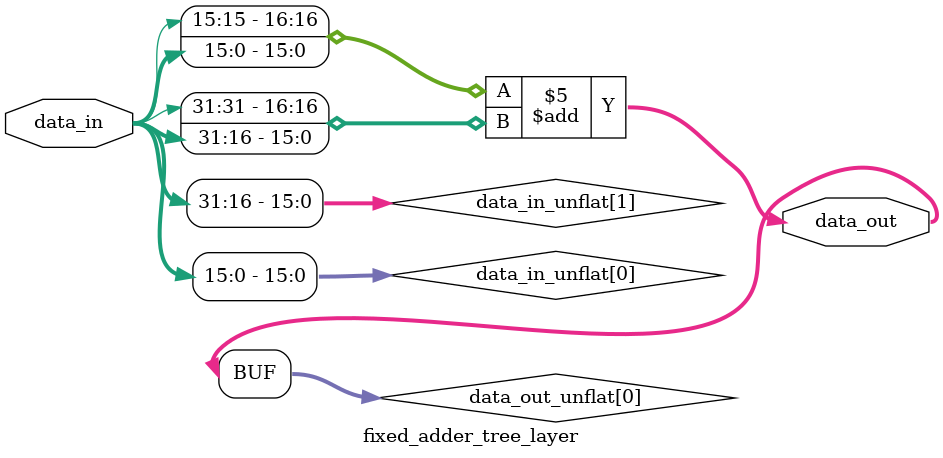
<source format=sv>
`timescale 1ns / 1ps
module fixed_adder_tree_layer #(
    parameter IN_SIZE  = 2,
    parameter IN_WIDTH = 16,
    parameter SIGNED   = 1,

    localparam OUT_WIDTH = IN_WIDTH + 1,
    localparam OUT_SIZE  = (IN_SIZE + 1) / 2
) (
    input  logic [  IN_SIZE*IN_WIDTH-1:0] data_in,
    output logic [OUT_SIZE*OUT_WIDTH-1:0] data_out
);

  logic [ IN_WIDTH-1:0] data_in_unflat [ IN_SIZE-1:0];
  logic [OUT_WIDTH-1:0] data_out_unflat[OUT_SIZE-1:0];

  for (genvar i = 0; i < IN_SIZE; i++) begin : in_unflat
    assign data_in_unflat[i] = data_in[(i+1)*IN_WIDTH-1 : i*IN_WIDTH];
  end

  for (genvar i = 0; i < IN_SIZE / 2; i++) begin : pair
    if (SIGNED) begin
      assign data_out_unflat[i] = $signed(data_in_unflat[2*i]) + $signed(data_in_unflat[2*i+1]);
    end else begin
      assign data_out_unflat[i] = data_in_unflat[2*i] + data_in_unflat[2*i+1];
    end
  end

  if (IN_SIZE % 2 != 0) begin : left
    if (SIGNED) begin
      assign data_out_unflat[OUT_SIZE-1] = $signed(data_in_unflat[IN_SIZE-1]);
    end else begin
      assign data_out_unflat[OUT_SIZE-1] = {1'b0, data_in_unflat[IN_SIZE-1]};
    end
  end

  for (genvar i = 0; i < OUT_SIZE; i++) begin : out_flat
    assign data_out[(i+1)*OUT_WIDTH-1 : i*OUT_WIDTH] = data_out_unflat[i];
  end


endmodule

</source>
